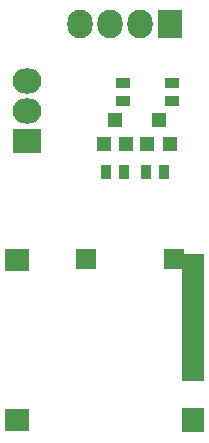
<source format=gbr>
G04 #@! TF.FileFunction,Soldermask,Bot*
%FSLAX46Y46*%
G04 Gerber Fmt 4.6, Leading zero omitted, Abs format (unit mm)*
G04 Created by KiCad (PCBNEW 4.0.5-e0-6337~49~ubuntu16.04.1) date Tue Jan  3 14:04:46 2017*
%MOMM*%
%LPD*%
G01*
G04 APERTURE LIST*
%ADD10C,0.100000*%
%ADD11R,2.127200X2.432000*%
%ADD12O,2.127200X2.432000*%
%ADD13R,1.200100X1.200100*%
%ADD14R,1.300000X0.900000*%
%ADD15R,0.900000X1.300000*%
%ADD16R,2.432000X2.127200*%
%ADD17O,2.432000X2.127200*%
%ADD18R,1.900000X1.200000*%
%ADD19R,2.100000X1.900000*%
%ADD20R,1.800000X1.690000*%
%ADD21R,1.700000X1.690000*%
%ADD22R,1.900000X2.100000*%
%ADD23R,1.900000X2.000000*%
G04 APERTURE END LIST*
D10*
D11*
X162800000Y-60200000D03*
D12*
X160260000Y-60200000D03*
X157720000Y-60200000D03*
X155180000Y-60200000D03*
D13*
X162750000Y-70300760D03*
X160850000Y-70300760D03*
X161800000Y-68301780D03*
X159050000Y-70300760D03*
X157150000Y-70300760D03*
X158100000Y-68301780D03*
D14*
X162900000Y-65150000D03*
X162900000Y-66650000D03*
X158800000Y-65150000D03*
X158800000Y-66650000D03*
D15*
X160750000Y-72700000D03*
X162250000Y-72700000D03*
X157350000Y-72700000D03*
X158850000Y-72700000D03*
D16*
X150700000Y-70100000D03*
D17*
X150700000Y-67560000D03*
X150700000Y-65020000D03*
D18*
X164700000Y-82100000D03*
X164700000Y-83200000D03*
X164700000Y-84300000D03*
X164700000Y-85400000D03*
X164700000Y-86500000D03*
X164700000Y-87600000D03*
X164700000Y-88700000D03*
X164700000Y-89800000D03*
D19*
X149850000Y-80150000D03*
D20*
X155650000Y-80045000D03*
D21*
X163100000Y-80045000D03*
D19*
X149850000Y-93700000D03*
D22*
X164700000Y-93700000D03*
D23*
X164700000Y-80700000D03*
M02*

</source>
